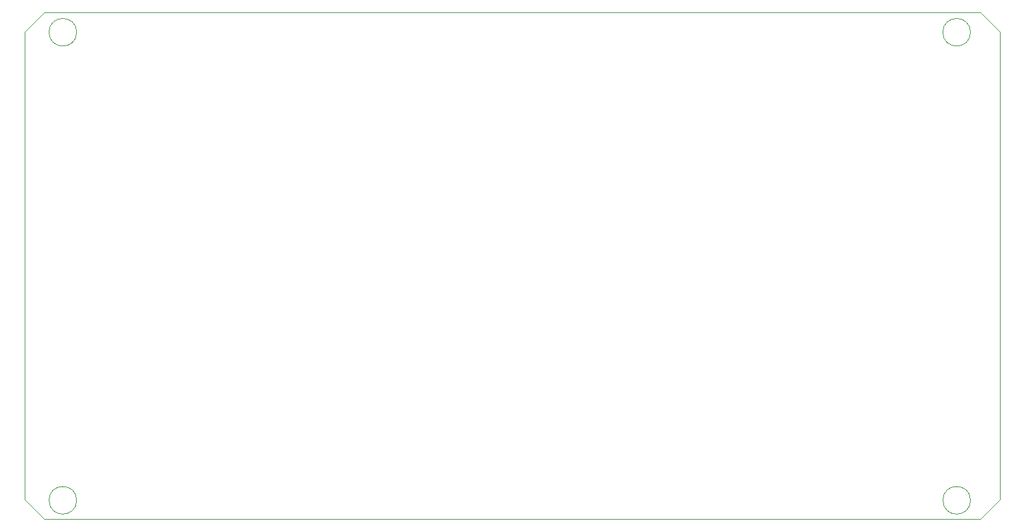
<source format=gm1>
G04 #@! TF.GenerationSoftware,KiCad,Pcbnew,5.1.5+dfsg1-2build2*
G04 #@! TF.CreationDate,2021-12-17T12:34:58-06:00*
G04 #@! TF.ProjectId,dna-puzzle-electronics,646e612d-7075-47a7-9a6c-652d656c6563,rev?*
G04 #@! TF.SameCoordinates,Original*
G04 #@! TF.FileFunction,Profile,NP*
%FSLAX46Y46*%
G04 Gerber Fmt 4.6, Leading zero omitted, Abs format (unit mm)*
G04 Created by KiCad (PCBNEW 5.1.5+dfsg1-2build2) date 2021-12-17 12:34:58*
%MOMM*%
%LPD*%
G04 APERTURE LIST*
%ADD10C,0.050000*%
G04 APERTURE END LIST*
D10*
X208280000Y-58420000D02*
X205740000Y-58420000D01*
X210820000Y-60960000D02*
X208280000Y-58420000D01*
X210820000Y-121920000D02*
X210820000Y-60960000D01*
X208280000Y-124460000D02*
X210820000Y-121920000D01*
X205740000Y-124460000D02*
X208280000Y-124460000D01*
X86360000Y-58420000D02*
X95250000Y-58420000D01*
X83820000Y-60960000D02*
X86360000Y-58420000D01*
X83820000Y-121920000D02*
X83820000Y-60960000D01*
X86360000Y-124460000D02*
X83820000Y-121920000D01*
X95250000Y-124460000D02*
X86360000Y-124460000D01*
X90600000Y-61000000D02*
G75*
G03X90600000Y-61000000I-1800000J0D01*
G01*
X90600000Y-122000000D02*
G75*
G03X90600000Y-122000000I-1800000J0D01*
G01*
X207000000Y-61000000D02*
G75*
G03X207000000Y-61000000I-1800000J0D01*
G01*
X207000000Y-122000000D02*
G75*
G03X207000000Y-122000000I-1800000J0D01*
G01*
X205740000Y-124460000D02*
X95250000Y-124460000D01*
X95250000Y-58420000D02*
X205740000Y-58420000D01*
M02*

</source>
